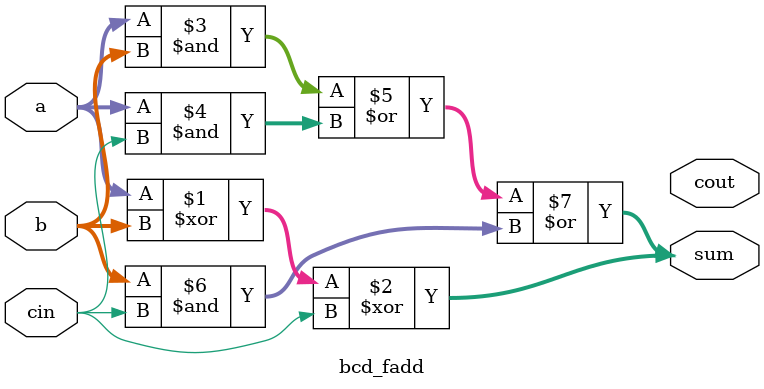
<source format=v>
module top_module_bcadd100 (
    input [399:0] a, b,
    input cin,
    output cout,
    output [399:0] sum
);

    wire [99:0] count_reg;
    genvar i;
    generate
        for (i = 0; i < 400; i = i + 4) begin : bcd_fadd100
            if (i == 1'b0)
                bcd_fadd adder(
                    a[3 + i:i], b[3 + i:i], cin, count_reg[0], sum[3 + i: i]
                );
            else
                bcd_fadd adder(
                    a[3 + i:i], b[3 + i:i], 
                    count_reg[i/4 - 1], count_reg[i/4],
                    sum[3 + i: i]
                );
        end
    endgenerate

    assign cout = count_reg[99];

endmodule


module bcd_fadd(
    input [3:0] a, b,
    input cin,
    output cout,
    output [3:0] sum
);

    assign sum = a ^ b ^ cin;
    assign sum = (a & b) | (a & cin) | (b & cin);

endmodule
// Provided in the question
/*
 */

</source>
